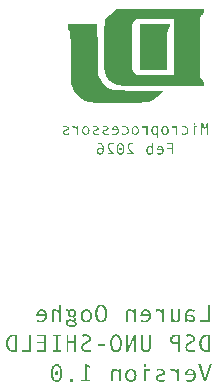
<source format=gbr>
%TF.GenerationSoftware,KiCad,Pcbnew,9.0.7*%
%TF.CreationDate,2026-02-04T16:38:47-07:00*%
%TF.ProjectId,Uno_Shield_DSP,556e6f5f-5368-4696-956c-645f4453502e,rev?*%
%TF.SameCoordinates,Original*%
%TF.FileFunction,Legend,Bot*%
%TF.FilePolarity,Positive*%
%FSLAX46Y46*%
G04 Gerber Fmt 4.6, Leading zero omitted, Abs format (unit mm)*
G04 Created by KiCad (PCBNEW 9.0.7) date 2026-02-04 16:38:47*
%MOMM*%
%LPD*%
G01*
G04 APERTURE LIST*
%ADD10C,0.150000*%
%ADD11C,0.000000*%
G04 APERTURE END LIST*
D10*
G36*
X107350732Y-81605000D02*
G01*
X108137683Y-81605000D01*
X108137683Y-80157128D01*
X107969613Y-80157128D01*
X107969613Y-81458454D01*
X107350732Y-81458454D01*
X107350732Y-81605000D01*
G37*
G36*
X106585528Y-80526021D02*
G01*
X106719878Y-80561858D01*
X106868597Y-80626074D01*
X106826557Y-80743311D01*
X106755971Y-80710935D01*
X106667280Y-80681487D01*
X106577895Y-80661130D01*
X106514048Y-80655383D01*
X106432108Y-80663733D01*
X106370049Y-80686477D01*
X106323159Y-80722012D01*
X106288667Y-80771353D01*
X106266202Y-80837944D01*
X106257868Y-80927134D01*
X106257868Y-80977784D01*
X106437203Y-80991980D01*
X106553831Y-81005450D01*
X106646305Y-81025045D01*
X106729758Y-81054062D01*
X106795874Y-81089983D01*
X106850406Y-81136268D01*
X106889113Y-81190916D01*
X106912665Y-81254170D01*
X106920895Y-81329036D01*
X106910459Y-81412993D01*
X106880392Y-81483854D01*
X106830220Y-81544733D01*
X106765868Y-81591667D01*
X106696694Y-81619168D01*
X106620660Y-81628447D01*
X106529582Y-81620260D01*
X106448628Y-81596540D01*
X106375822Y-81557604D01*
X106309759Y-81502514D01*
X106249716Y-81429145D01*
X106244216Y-81533469D01*
X106230207Y-81605000D01*
X106071388Y-81605000D01*
X106090992Y-81492528D01*
X106098041Y-81357704D01*
X106098041Y-81282599D01*
X106257868Y-81282599D01*
X106327607Y-81364339D01*
X106405512Y-81424565D01*
X106463157Y-81453784D01*
X106519176Y-81470567D01*
X106574498Y-81476039D01*
X106624829Y-81470872D01*
X106666966Y-81456189D01*
X106702634Y-81432350D01*
X106730411Y-81400341D01*
X106747040Y-81362653D01*
X106752826Y-81317495D01*
X106746066Y-81268228D01*
X106726636Y-81227632D01*
X106693933Y-81193572D01*
X106630413Y-81155474D01*
X106554531Y-81131107D01*
X106457023Y-81115804D01*
X106257868Y-81095020D01*
X106257868Y-81282599D01*
X106098041Y-81282599D01*
X106098041Y-80899931D01*
X106106851Y-80789504D01*
X106130881Y-80703445D01*
X106167804Y-80636676D01*
X106217164Y-80585455D01*
X106280434Y-80547752D01*
X106360810Y-80523518D01*
X106462848Y-80514699D01*
X106585528Y-80526021D01*
G37*
G36*
X104841229Y-81605000D02*
G01*
X105001147Y-81605000D01*
X105001147Y-81446730D01*
X105094027Y-81530557D01*
X105184394Y-81586224D01*
X105273686Y-81618041D01*
X105363847Y-81628447D01*
X105445221Y-81620692D01*
X105510199Y-81599169D01*
X105562300Y-81565133D01*
X105603803Y-81517934D01*
X105635453Y-81455121D01*
X105656353Y-81372735D01*
X105664083Y-81265655D01*
X105664083Y-80538147D01*
X105504256Y-80538147D01*
X105504256Y-81218485D01*
X105498490Y-81308565D01*
X105483335Y-81374184D01*
X105461209Y-81420993D01*
X105427429Y-81456999D01*
X105380485Y-81479493D01*
X105315762Y-81487763D01*
X105248289Y-81478445D01*
X105174972Y-81448553D01*
X105093325Y-81393357D01*
X105001147Y-81306046D01*
X105001147Y-80538147D01*
X104841229Y-80538147D01*
X104841229Y-81605000D01*
G37*
G36*
X103563991Y-80567456D02*
G01*
X103628563Y-80719863D01*
X103731557Y-80688065D01*
X103810921Y-80678831D01*
X103879991Y-80688450D01*
X103949315Y-80718306D01*
X104012895Y-80764982D01*
X104073787Y-80831055D01*
X104123113Y-80898225D01*
X104130665Y-80913304D01*
X104130665Y-81605000D01*
X104289484Y-81605000D01*
X104289484Y-80538147D01*
X104130665Y-80538147D01*
X104130665Y-80755034D01*
X104071293Y-80661793D01*
X104009058Y-80595016D01*
X103943743Y-80549972D01*
X103874242Y-80523583D01*
X103798647Y-80514699D01*
X103719176Y-80520512D01*
X103641212Y-80537969D01*
X103563991Y-80567456D01*
G37*
G36*
X102822704Y-80524450D02*
G01*
X102910958Y-80552635D01*
X102989455Y-80598967D01*
X103059874Y-80664909D01*
X103115153Y-80743057D01*
X103155785Y-80834441D01*
X103181411Y-80941553D01*
X103190483Y-81067543D01*
X103180485Y-81195313D01*
X103152174Y-81304017D01*
X103107021Y-81396989D01*
X103045036Y-81476772D01*
X102967646Y-81542356D01*
X102879505Y-81589303D01*
X102778507Y-81618309D01*
X102661728Y-81628447D01*
X102537375Y-81620786D01*
X102428125Y-81598905D01*
X102331816Y-81563967D01*
X102359477Y-81435006D01*
X102463618Y-81464784D01*
X102563457Y-81482111D01*
X102659713Y-81487763D01*
X102733517Y-81480425D01*
X102800076Y-81458959D01*
X102861024Y-81423222D01*
X102917450Y-81371809D01*
X102962712Y-81311025D01*
X102995278Y-81242722D01*
X103015403Y-81165481D01*
X103022413Y-81077435D01*
X102289776Y-81077435D01*
X102289776Y-81027426D01*
X102295604Y-80948475D01*
X102463982Y-80948475D01*
X103012155Y-80948475D01*
X102997359Y-80864731D01*
X102967068Y-80795004D01*
X102921480Y-80736533D01*
X102862929Y-80691713D01*
X102795356Y-80664741D01*
X102716041Y-80655383D01*
X102655330Y-80664343D01*
X102597890Y-80691642D01*
X102541835Y-80740105D01*
X102498838Y-80800392D01*
X102472940Y-80869028D01*
X102463982Y-80948475D01*
X102295604Y-80948475D01*
X102298335Y-80911472D01*
X102322569Y-80812490D01*
X102361126Y-80727628D01*
X102413790Y-80654651D01*
X102480503Y-80592694D01*
X102553116Y-80549566D01*
X102632990Y-80523600D01*
X102722178Y-80514699D01*
X102822704Y-80524450D01*
G37*
G36*
X101062731Y-81605000D02*
G01*
X101222557Y-81605000D01*
X101222557Y-80924386D01*
X101228795Y-80830319D01*
X101244942Y-80764243D01*
X101268169Y-80719131D01*
X101303068Y-80684570D01*
X101349429Y-80663154D01*
X101411051Y-80655383D01*
X101478525Y-80664701D01*
X101551842Y-80694593D01*
X101633488Y-80749790D01*
X101725667Y-80837100D01*
X101725667Y-81605000D01*
X101885585Y-81605000D01*
X101885585Y-80538147D01*
X101725667Y-80538147D01*
X101725667Y-80696416D01*
X101632786Y-80612590D01*
X101542419Y-80556922D01*
X101453128Y-80525105D01*
X101362966Y-80514699D01*
X101281533Y-80522443D01*
X101216529Y-80543929D01*
X101164428Y-80577895D01*
X101122945Y-80624974D01*
X101091324Y-80687599D01*
X101070449Y-80769705D01*
X101062731Y-80876393D01*
X101062731Y-81605000D01*
G37*
G36*
X99056381Y-80141849D02*
G01*
X99139034Y-80165237D01*
X99211362Y-80203099D01*
X99275053Y-80255959D01*
X99331018Y-80325564D01*
X99382488Y-80422327D01*
X99422314Y-80543716D01*
X99448506Y-80694844D01*
X99458055Y-80881613D01*
X99448463Y-81068369D01*
X99422156Y-81219395D01*
X99382160Y-81340629D01*
X99330469Y-81437205D01*
X99274312Y-81506614D01*
X99210562Y-81559310D01*
X99138317Y-81597035D01*
X99055918Y-81620320D01*
X98961082Y-81628447D01*
X98865327Y-81620267D01*
X98782365Y-81596861D01*
X98709853Y-81558995D01*
X98646087Y-81506168D01*
X98590138Y-81436655D01*
X98538635Y-81339833D01*
X98498811Y-81218552D01*
X98472638Y-81067758D01*
X98463101Y-80881613D01*
X98641429Y-80881613D01*
X98651391Y-81074822D01*
X98677690Y-81217840D01*
X98715923Y-81321251D01*
X98763253Y-81393963D01*
X98818772Y-81442788D01*
X98883694Y-81471826D01*
X98961174Y-81481901D01*
X99034683Y-81472333D01*
X99097250Y-81444590D01*
X99151600Y-81397824D01*
X99198852Y-81328303D01*
X99231190Y-81252087D01*
X99256664Y-81155152D01*
X99273606Y-81033250D01*
X99279819Y-80881613D01*
X99273622Y-80731833D01*
X99256662Y-80610517D01*
X99231053Y-80513209D01*
X99198394Y-80435931D01*
X99150761Y-80365227D01*
X99096324Y-80317849D01*
X99034021Y-80289854D01*
X98961174Y-80280226D01*
X98883732Y-80290309D01*
X98818829Y-80319374D01*
X98763310Y-80368260D01*
X98715966Y-80441084D01*
X98677714Y-80544681D01*
X98651398Y-80687987D01*
X98641429Y-80881613D01*
X98463101Y-80881613D01*
X98472706Y-80694233D01*
X98499032Y-80542873D01*
X98539030Y-80421531D01*
X98590688Y-80325014D01*
X98646837Y-80255621D01*
X98710669Y-80202907D01*
X98783098Y-80165147D01*
X98865801Y-80141824D01*
X98961082Y-80133681D01*
X99056381Y-80141849D01*
G37*
G36*
X97807753Y-80524802D02*
G01*
X97900174Y-80553714D01*
X97980474Y-80600712D01*
X98050667Y-80666924D01*
X98105882Y-80746040D01*
X98146370Y-80837846D01*
X98171830Y-80944695D01*
X98180818Y-81069558D01*
X98171853Y-81195476D01*
X98146471Y-81303167D01*
X98106143Y-81395620D01*
X98051216Y-81475215D01*
X97981228Y-81541840D01*
X97900934Y-81589143D01*
X97808284Y-81618262D01*
X97700239Y-81628447D01*
X97592819Y-81618265D01*
X97500431Y-81589113D01*
X97420097Y-81541676D01*
X97349812Y-81474757D01*
X97294576Y-81394851D01*
X97254084Y-81302333D01*
X97228637Y-81194877D01*
X97219845Y-81072123D01*
X97386632Y-81072123D01*
X97396542Y-81184782D01*
X97424871Y-81281904D01*
X97470712Y-81366405D01*
X97517441Y-81420308D01*
X97570304Y-81457537D01*
X97630521Y-81479991D01*
X97700239Y-81487763D01*
X97770592Y-81480032D01*
X97830980Y-81457768D01*
X97883615Y-81420998D01*
X97929767Y-81367962D01*
X97974817Y-81284412D01*
X98002868Y-81186869D01*
X98012748Y-81072123D01*
X98002722Y-80951130D01*
X97974772Y-80852264D01*
X97930774Y-80771246D01*
X97885349Y-80720313D01*
X97832859Y-80684705D01*
X97771925Y-80662973D01*
X97700239Y-80655383D01*
X97629140Y-80663014D01*
X97568342Y-80684929D01*
X97515607Y-80720971D01*
X97469613Y-80772711D01*
X97424878Y-80854736D01*
X97396679Y-80953245D01*
X97386632Y-81072123D01*
X97219845Y-81072123D01*
X97219661Y-81069558D01*
X97228626Y-80945310D01*
X97254050Y-80838713D01*
X97294535Y-80746868D01*
X97349812Y-80667473D01*
X97420039Y-80600996D01*
X97500352Y-80553834D01*
X97592761Y-80524832D01*
X97700239Y-80514699D01*
X97807753Y-80524802D01*
G37*
G36*
X96567028Y-80521078D02*
G01*
X96633891Y-80539504D01*
X96693757Y-80569575D01*
X96747784Y-80611786D01*
X96792528Y-80663512D01*
X96824205Y-80721171D01*
X96843566Y-80785971D01*
X96850274Y-80859631D01*
X96838837Y-80949428D01*
X96804204Y-81035211D01*
X96769273Y-81086891D01*
X96725484Y-81131922D01*
X96671946Y-81170766D01*
X96763666Y-81228596D01*
X96819585Y-81282417D01*
X96849179Y-81333244D01*
X96858426Y-81383258D01*
X96850760Y-81427440D01*
X96827038Y-81469247D01*
X96783618Y-81510344D01*
X96713987Y-81551144D01*
X96797334Y-81602478D01*
X96849821Y-81654487D01*
X96878777Y-81707768D01*
X96888193Y-81764368D01*
X96881338Y-81819054D01*
X96861136Y-81867905D01*
X96826732Y-81912545D01*
X96775536Y-81953778D01*
X96697132Y-81993032D01*
X96601737Y-82018066D01*
X96485467Y-82027051D01*
X96378160Y-82020013D01*
X96280264Y-81999554D01*
X96190389Y-81966222D01*
X96107379Y-81919981D01*
X96034695Y-81859989D01*
X95985134Y-81793218D01*
X95955590Y-81718288D01*
X95949077Y-81663251D01*
X96105273Y-81663251D01*
X96111761Y-81710671D01*
X96131203Y-81754217D01*
X96165033Y-81795316D01*
X96216464Y-81834618D01*
X96293383Y-81872259D01*
X96382207Y-81895714D01*
X96485467Y-81903953D01*
X96560221Y-81898500D01*
X96620425Y-81883458D01*
X96668832Y-81860172D01*
X96709493Y-81826920D01*
X96731449Y-81792367D01*
X96738533Y-81755026D01*
X96732453Y-81716967D01*
X96713437Y-81679005D01*
X96684114Y-81643811D01*
X96640714Y-81606007D01*
X96594834Y-81576675D01*
X96570464Y-81569829D01*
X96443427Y-81565157D01*
X96263084Y-81558105D01*
X96185863Y-81566668D01*
X96139660Y-81587998D01*
X96114152Y-81619284D01*
X96105273Y-81663251D01*
X95949077Y-81663251D01*
X95945446Y-81632568D01*
X95954010Y-81559633D01*
X95977949Y-81502023D01*
X96016704Y-81456164D01*
X96067613Y-81422954D01*
X96132724Y-81401706D01*
X96216006Y-81393974D01*
X96575684Y-81405697D01*
X96631177Y-81399977D01*
X96669382Y-81384998D01*
X96695809Y-81360859D01*
X96703729Y-81334073D01*
X96692892Y-81302626D01*
X96650746Y-81261112D01*
X96554069Y-81204289D01*
X96491604Y-81206395D01*
X96415124Y-81199881D01*
X96347810Y-81181116D01*
X96287984Y-81150568D01*
X96234416Y-81107752D01*
X96189703Y-81055170D01*
X96158363Y-80998122D01*
X96139426Y-80935592D01*
X96132933Y-80866134D01*
X96133137Y-80863478D01*
X96291752Y-80863478D01*
X96298400Y-80926772D01*
X96317195Y-80978978D01*
X96347622Y-81022480D01*
X96388239Y-81056138D01*
X96435536Y-81076299D01*
X96491604Y-81083297D01*
X96545665Y-81076330D01*
X96592721Y-81055969D01*
X96634577Y-81021473D01*
X96666318Y-80977189D01*
X96685683Y-80925241D01*
X96692463Y-80863478D01*
X96685609Y-80800330D01*
X96666181Y-80748126D01*
X96634577Y-80704476D01*
X96592793Y-80670586D01*
X96545734Y-80650531D01*
X96491604Y-80643660D01*
X96433326Y-80650534D01*
X96385620Y-80670034D01*
X96346065Y-80702003D01*
X96316856Y-80743909D01*
X96298410Y-80796711D01*
X96291752Y-80863478D01*
X96133137Y-80863478D01*
X96138365Y-80795503D01*
X96153944Y-80733556D01*
X96179095Y-80678831D01*
X95975213Y-80678831D01*
X95975213Y-80514699D01*
X96291752Y-80563151D01*
X96352785Y-80536496D01*
X96419033Y-80520264D01*
X96491604Y-80514699D01*
X96567028Y-80521078D01*
G37*
G36*
X94768592Y-81605000D02*
G01*
X94928419Y-81605000D01*
X94928419Y-80924386D01*
X94934656Y-80830319D01*
X94950804Y-80764243D01*
X94974031Y-80719131D01*
X95008930Y-80684570D01*
X95055291Y-80663154D01*
X95116913Y-80655383D01*
X95184387Y-80664701D01*
X95257704Y-80694593D01*
X95339350Y-80749790D01*
X95431529Y-80837100D01*
X95431529Y-81605000D01*
X95591447Y-81605000D01*
X95591447Y-80157128D01*
X95431529Y-80157128D01*
X95431529Y-80696416D01*
X95338648Y-80612590D01*
X95248281Y-80556922D01*
X95158989Y-80525105D01*
X95068828Y-80514699D01*
X94987395Y-80522443D01*
X94922390Y-80543929D01*
X94870290Y-80577895D01*
X94828807Y-80624974D01*
X94797186Y-80687599D01*
X94776311Y-80769705D01*
X94768592Y-80876393D01*
X94768592Y-81605000D01*
G37*
G36*
X94010911Y-80524450D02*
G01*
X94099165Y-80552635D01*
X94177662Y-80598967D01*
X94248080Y-80664909D01*
X94303359Y-80743057D01*
X94343992Y-80834441D01*
X94369617Y-80941553D01*
X94378689Y-81067543D01*
X94368692Y-81195313D01*
X94340380Y-81304017D01*
X94295228Y-81396989D01*
X94233243Y-81476772D01*
X94155853Y-81542356D01*
X94067712Y-81589303D01*
X93966714Y-81618309D01*
X93849934Y-81628447D01*
X93725581Y-81620786D01*
X93616332Y-81598905D01*
X93520023Y-81563967D01*
X93547684Y-81435006D01*
X93651825Y-81464784D01*
X93751664Y-81482111D01*
X93847919Y-81487763D01*
X93921723Y-81480425D01*
X93988283Y-81458959D01*
X94049230Y-81423222D01*
X94105656Y-81371809D01*
X94150919Y-81311025D01*
X94183484Y-81242722D01*
X94203610Y-81165481D01*
X94210620Y-81077435D01*
X93477983Y-81077435D01*
X93477983Y-81027426D01*
X93483810Y-80948475D01*
X93652189Y-80948475D01*
X94200362Y-80948475D01*
X94185566Y-80864731D01*
X94155274Y-80795004D01*
X94109686Y-80736533D01*
X94051135Y-80691713D01*
X93983563Y-80664741D01*
X93904248Y-80655383D01*
X93843537Y-80664343D01*
X93786097Y-80691642D01*
X93730041Y-80740105D01*
X93687045Y-80800392D01*
X93661147Y-80869028D01*
X93652189Y-80948475D01*
X93483810Y-80948475D01*
X93486541Y-80911472D01*
X93510776Y-80812490D01*
X93549332Y-80727628D01*
X93601997Y-80654651D01*
X93668710Y-80592694D01*
X93741323Y-80549566D01*
X93821196Y-80523600D01*
X93910384Y-80514699D01*
X94010911Y-80524450D01*
G37*
G36*
X108185860Y-84125000D02*
G01*
X107893776Y-84125000D01*
X107786559Y-84117040D01*
X107689999Y-84093971D01*
X107602346Y-84056377D01*
X107522210Y-84003985D01*
X107448643Y-83935681D01*
X107388865Y-83858088D01*
X107341102Y-83768009D01*
X107305484Y-83663553D01*
X107282887Y-83542345D01*
X107274895Y-83401613D01*
X107453223Y-83401613D01*
X107461833Y-83538347D01*
X107485851Y-83652179D01*
X107523269Y-83746860D01*
X107573115Y-83825497D01*
X107638560Y-83892515D01*
X107713263Y-83939627D01*
X107799076Y-83968420D01*
X107898905Y-83978454D01*
X108017790Y-83978454D01*
X108017790Y-82823674D01*
X107898905Y-82823674D01*
X107799715Y-82833762D01*
X107714178Y-82862766D01*
X107639429Y-82910338D01*
X107573665Y-82978188D01*
X107523455Y-83057594D01*
X107485873Y-83152556D01*
X107461822Y-83266036D01*
X107453223Y-83401613D01*
X107274895Y-83401613D01*
X107282677Y-83264204D01*
X107304774Y-83144682D01*
X107339771Y-83040578D01*
X107386900Y-82949772D01*
X107446079Y-82870568D01*
X107518635Y-82801242D01*
X107599061Y-82747808D01*
X107688453Y-82709233D01*
X107788425Y-82685402D01*
X107901011Y-82677128D01*
X108185860Y-82677128D01*
X108185860Y-84125000D01*
G37*
G36*
X106203554Y-82847121D02*
G01*
X106331985Y-82811451D01*
X106448469Y-82800226D01*
X106534140Y-82807419D01*
X106604371Y-82827507D01*
X106662151Y-82859211D01*
X106707797Y-82903815D01*
X106735028Y-82958610D01*
X106744583Y-83026914D01*
X106733831Y-83082961D01*
X106699626Y-83138367D01*
X106634967Y-83195535D01*
X106528428Y-83255159D01*
X106316852Y-83357558D01*
X106266156Y-83390485D01*
X106211797Y-83436235D01*
X106163901Y-83490512D01*
X106126251Y-83554112D01*
X106102245Y-83624990D01*
X106093920Y-83706612D01*
X106103509Y-83809502D01*
X106130713Y-83896184D01*
X106174546Y-83969854D01*
X106235886Y-84032676D01*
X106309817Y-84083226D01*
X106389376Y-84119132D01*
X106475728Y-84140966D01*
X106570376Y-84148447D01*
X106692770Y-84139499D01*
X106800969Y-84113781D01*
X106897265Y-84072243D01*
X106862460Y-83925697D01*
X106750033Y-83970380D01*
X106655052Y-83994526D01*
X106574498Y-84001901D01*
X106481479Y-83993000D01*
X106406041Y-83968125D01*
X106344513Y-83928537D01*
X106296943Y-83874386D01*
X106268060Y-83808293D01*
X106257868Y-83726578D01*
X106264383Y-83665284D01*
X106283202Y-83612078D01*
X106314288Y-83565195D01*
X106355922Y-83525710D01*
X106422570Y-83480684D01*
X106522291Y-83429365D01*
X106723608Y-83331729D01*
X106767901Y-83301682D01*
X106814283Y-83259830D01*
X106854383Y-83210847D01*
X106883984Y-83156699D01*
X106902275Y-83097605D01*
X106908531Y-83032226D01*
X106899958Y-82945424D01*
X106875498Y-82871690D01*
X106835730Y-82808354D01*
X106779479Y-82753698D01*
X106712777Y-82711054D01*
X106637163Y-82679920D01*
X106551076Y-82660485D01*
X106452590Y-82653681D01*
X106309222Y-82665300D01*
X106165635Y-82700575D01*
X106203554Y-82847121D01*
G37*
G36*
X105620027Y-84125000D02*
G01*
X105451958Y-84125000D01*
X105451958Y-83474337D01*
X105245969Y-83474337D01*
X105145710Y-83466812D01*
X105059370Y-83445415D01*
X104984617Y-83411203D01*
X104919631Y-83364244D01*
X104865591Y-83305083D01*
X104827131Y-83237495D01*
X104803438Y-83159807D01*
X104796100Y-83079854D01*
X104973486Y-83079854D01*
X104982061Y-83157056D01*
X105005678Y-83216399D01*
X105043265Y-83262143D01*
X105096592Y-83296505D01*
X105169957Y-83319264D01*
X105269600Y-83327791D01*
X105451958Y-83327791D01*
X105451958Y-82823674D01*
X105261357Y-82823674D01*
X105179318Y-82832075D01*
X105111141Y-82855869D01*
X105053903Y-82894382D01*
X105009415Y-82946117D01*
X104982761Y-83006984D01*
X104973486Y-83079854D01*
X104796100Y-83079854D01*
X104795158Y-83069596D01*
X104803536Y-82979904D01*
X104827399Y-82903629D01*
X104866002Y-82838134D01*
X104920180Y-82781633D01*
X104985022Y-82737462D01*
X105060715Y-82704929D01*
X105149272Y-82684395D01*
X105253205Y-82677128D01*
X105620027Y-82677128D01*
X105620027Y-84125000D01*
G37*
G36*
X102319543Y-83666495D02*
G01*
X102327330Y-83794748D01*
X102348446Y-83895181D01*
X102380300Y-83973093D01*
X102421484Y-84032859D01*
X102476038Y-84081347D01*
X102543799Y-84117198D01*
X102627642Y-84140160D01*
X102731428Y-84148447D01*
X102833618Y-84140320D01*
X102917086Y-84117703D01*
X102985397Y-84082226D01*
X103041213Y-84034073D01*
X103086058Y-83971964D01*
X103120162Y-83893295D01*
X103142431Y-83794366D01*
X103150549Y-83670616D01*
X103150549Y-82677128D01*
X102982479Y-82677128D01*
X102982479Y-83655870D01*
X102973270Y-83775728D01*
X102948958Y-83862552D01*
X102912947Y-83924247D01*
X102866187Y-83966601D01*
X102807006Y-83992598D01*
X102731428Y-84001901D01*
X102651529Y-83991898D01*
X102591543Y-83964364D01*
X102546506Y-83920019D01*
X102516519Y-83861932D01*
X102495614Y-83776325D01*
X102487521Y-83653855D01*
X102487521Y-82677128D01*
X102319543Y-82677128D01*
X102319543Y-83666495D01*
G37*
G36*
X101040199Y-84125000D02*
G01*
X101226679Y-84125000D01*
X101745176Y-82981851D01*
X101745176Y-84125000D01*
X101913245Y-84125000D01*
X101913245Y-82677128D01*
X101725667Y-82677128D01*
X101205155Y-83810018D01*
X101205155Y-82677128D01*
X101040199Y-82677128D01*
X101040199Y-84125000D01*
G37*
G36*
X100315209Y-82661849D02*
G01*
X100397862Y-82685237D01*
X100470190Y-82723099D01*
X100533880Y-82775959D01*
X100589846Y-82845564D01*
X100641315Y-82942327D01*
X100681142Y-83063716D01*
X100707334Y-83214844D01*
X100716883Y-83401613D01*
X100707290Y-83588369D01*
X100680984Y-83739395D01*
X100640988Y-83860629D01*
X100589296Y-83957205D01*
X100533140Y-84026614D01*
X100469389Y-84079310D01*
X100397144Y-84117035D01*
X100314745Y-84140320D01*
X100219910Y-84148447D01*
X100124154Y-84140267D01*
X100041192Y-84116861D01*
X99968681Y-84078995D01*
X99904915Y-84026168D01*
X99848966Y-83956655D01*
X99797463Y-83859833D01*
X99757639Y-83738552D01*
X99731466Y-83587758D01*
X99721929Y-83401613D01*
X99900257Y-83401613D01*
X99910218Y-83594822D01*
X99936518Y-83737840D01*
X99974750Y-83841251D01*
X100022081Y-83913963D01*
X100077600Y-83962788D01*
X100142522Y-83991826D01*
X100220001Y-84001901D01*
X100293511Y-83992333D01*
X100356077Y-83964590D01*
X100410427Y-83917824D01*
X100457680Y-83848303D01*
X100490017Y-83772087D01*
X100515491Y-83675152D01*
X100532434Y-83553250D01*
X100538647Y-83401613D01*
X100532449Y-83251833D01*
X100515490Y-83130517D01*
X100489881Y-83033209D01*
X100457222Y-82955931D01*
X100409588Y-82885227D01*
X100355151Y-82837849D01*
X100292849Y-82809854D01*
X100220001Y-82800226D01*
X100142560Y-82810309D01*
X100077656Y-82839374D01*
X100022137Y-82888260D01*
X99974794Y-82961084D01*
X99936542Y-83064681D01*
X99910226Y-83207987D01*
X99900257Y-83401613D01*
X99721929Y-83401613D01*
X99731534Y-83214233D01*
X99757860Y-83062873D01*
X99797858Y-82941531D01*
X99849515Y-82845014D01*
X99905665Y-82775621D01*
X99969497Y-82722907D01*
X100041926Y-82685147D01*
X100124629Y-82661824D01*
X100219910Y-82653681D01*
X100315209Y-82661849D01*
G37*
G36*
X98664968Y-83626744D02*
G01*
X99273591Y-83626744D01*
X99273591Y-83468475D01*
X98664968Y-83468475D01*
X98664968Y-83626744D01*
G37*
G36*
X97391761Y-82847121D02*
G01*
X97520192Y-82811451D01*
X97636675Y-82800226D01*
X97722346Y-82807419D01*
X97792578Y-82827507D01*
X97850357Y-82859211D01*
X97896004Y-82903815D01*
X97923234Y-82958610D01*
X97932789Y-83026914D01*
X97922038Y-83082961D01*
X97887833Y-83138367D01*
X97823174Y-83195535D01*
X97716634Y-83255159D01*
X97505059Y-83357558D01*
X97454362Y-83390485D01*
X97400004Y-83436235D01*
X97352107Y-83490512D01*
X97314458Y-83554112D01*
X97290452Y-83624990D01*
X97282126Y-83706612D01*
X97291716Y-83809502D01*
X97318920Y-83896184D01*
X97362753Y-83969854D01*
X97424092Y-84032676D01*
X97498024Y-84083226D01*
X97577582Y-84119132D01*
X97663935Y-84140966D01*
X97758583Y-84148447D01*
X97880976Y-84139499D01*
X97989176Y-84113781D01*
X98085471Y-84072243D01*
X98050667Y-83925697D01*
X97938239Y-83970380D01*
X97843259Y-83994526D01*
X97762704Y-84001901D01*
X97669685Y-83993000D01*
X97594247Y-83968125D01*
X97532719Y-83928537D01*
X97485150Y-83874386D01*
X97456267Y-83808293D01*
X97446074Y-83726578D01*
X97452590Y-83665284D01*
X97471408Y-83612078D01*
X97502494Y-83565195D01*
X97544128Y-83525710D01*
X97610777Y-83480684D01*
X97710498Y-83429365D01*
X97911815Y-83331729D01*
X97956108Y-83301682D01*
X98002490Y-83259830D01*
X98042589Y-83210847D01*
X98072191Y-83156699D01*
X98090481Y-83097605D01*
X98096737Y-83032226D01*
X98088165Y-82945424D01*
X98063704Y-82871690D01*
X98023936Y-82808354D01*
X97967685Y-82753698D01*
X97900984Y-82711054D01*
X97825369Y-82679920D01*
X97739283Y-82660485D01*
X97640797Y-82653681D01*
X97497429Y-82665300D01*
X97353842Y-82700575D01*
X97391761Y-82847121D01*
G37*
G36*
X96025405Y-84125000D02*
G01*
X96193383Y-84125000D01*
X96193383Y-83403995D01*
X96688341Y-83403995D01*
X96688341Y-84125000D01*
X96856411Y-84125000D01*
X96856411Y-82677128D01*
X96688341Y-82677128D01*
X96688341Y-83257449D01*
X96193383Y-83257449D01*
X96193383Y-82677128D01*
X96025405Y-82677128D01*
X96025405Y-84125000D01*
G37*
G36*
X94860825Y-84125000D02*
G01*
X95517624Y-84125000D01*
X95517624Y-83978454D01*
X95268680Y-83978454D01*
X95268680Y-82823674D01*
X95517624Y-82823674D01*
X95517624Y-82677128D01*
X94860825Y-82677128D01*
X94860825Y-82823674D01*
X95100610Y-82823674D01*
X95100610Y-83978454D01*
X94860825Y-83978454D01*
X94860825Y-84125000D01*
G37*
G36*
X93535410Y-84125000D02*
G01*
X94290579Y-84125000D01*
X94290579Y-82677128D01*
X93541547Y-82677128D01*
X93541547Y-82823674D01*
X94122509Y-82823674D01*
X94122509Y-83275034D01*
X93564078Y-83275034D01*
X93564078Y-83421580D01*
X94122509Y-83421580D01*
X94122509Y-83978454D01*
X93535410Y-83978454D01*
X93535410Y-84125000D01*
G37*
G36*
X92244801Y-84125000D02*
G01*
X93031751Y-84125000D01*
X93031751Y-82677128D01*
X92863681Y-82677128D01*
X92863681Y-83978454D01*
X92244801Y-83978454D01*
X92244801Y-84125000D01*
G37*
G36*
X91821100Y-84125000D02*
G01*
X91529016Y-84125000D01*
X91421799Y-84117040D01*
X91325240Y-84093971D01*
X91237587Y-84056377D01*
X91157450Y-84003985D01*
X91083884Y-83935681D01*
X91024106Y-83858088D01*
X90976343Y-83768009D01*
X90940724Y-83663553D01*
X90918128Y-83542345D01*
X90910136Y-83401613D01*
X91088463Y-83401613D01*
X91097073Y-83538347D01*
X91121091Y-83652179D01*
X91158510Y-83746860D01*
X91208356Y-83825497D01*
X91273801Y-83892515D01*
X91348503Y-83939627D01*
X91434317Y-83968420D01*
X91534146Y-83978454D01*
X91653031Y-83978454D01*
X91653031Y-82823674D01*
X91534146Y-82823674D01*
X91434956Y-82833762D01*
X91349418Y-82862766D01*
X91274670Y-82910338D01*
X91208906Y-82978188D01*
X91158695Y-83057594D01*
X91121114Y-83152556D01*
X91097063Y-83266036D01*
X91088463Y-83401613D01*
X90910136Y-83401613D01*
X90917917Y-83264204D01*
X90940015Y-83144682D01*
X90975012Y-83040578D01*
X91022140Y-82949772D01*
X91081319Y-82870568D01*
X91153875Y-82801242D01*
X91234301Y-82747808D01*
X91323694Y-82709233D01*
X91423666Y-82685402D01*
X91536252Y-82677128D01*
X91821100Y-82677128D01*
X91821100Y-84125000D01*
G37*
G36*
X107200065Y-85197128D02*
G01*
X107671484Y-86645000D01*
X107873351Y-86645000D01*
X108345686Y-85197128D01*
X108169465Y-85197128D01*
X107772875Y-86440660D01*
X107374271Y-85197128D01*
X107200065Y-85197128D01*
G37*
G36*
X106599187Y-85564450D02*
G01*
X106687441Y-85592635D01*
X106765938Y-85638967D01*
X106836357Y-85704909D01*
X106891636Y-85783057D01*
X106932268Y-85874441D01*
X106957894Y-85981553D01*
X106966966Y-86107543D01*
X106956968Y-86235313D01*
X106928657Y-86344017D01*
X106883504Y-86436989D01*
X106821519Y-86516772D01*
X106744129Y-86582356D01*
X106655988Y-86629303D01*
X106554990Y-86658309D01*
X106438210Y-86668447D01*
X106313858Y-86660786D01*
X106204608Y-86638905D01*
X106108299Y-86603967D01*
X106135960Y-86475006D01*
X106240101Y-86504784D01*
X106339940Y-86522111D01*
X106436195Y-86527763D01*
X106510000Y-86520425D01*
X106576559Y-86498959D01*
X106637506Y-86463222D01*
X106693933Y-86411809D01*
X106739195Y-86351025D01*
X106771760Y-86282722D01*
X106791886Y-86205481D01*
X106798896Y-86117435D01*
X106066259Y-86117435D01*
X106066259Y-86067426D01*
X106072087Y-85988475D01*
X106240465Y-85988475D01*
X106788638Y-85988475D01*
X106773842Y-85904731D01*
X106743551Y-85835004D01*
X106697963Y-85776533D01*
X106639412Y-85731713D01*
X106571839Y-85704741D01*
X106492524Y-85695383D01*
X106431813Y-85704343D01*
X106374373Y-85731642D01*
X106318318Y-85780105D01*
X106275321Y-85840392D01*
X106249423Y-85909028D01*
X106240465Y-85988475D01*
X106072087Y-85988475D01*
X106074818Y-85951472D01*
X106099052Y-85852490D01*
X106137608Y-85767628D01*
X106190273Y-85694651D01*
X106256986Y-85632694D01*
X106329599Y-85589566D01*
X106409473Y-85563600D01*
X106498661Y-85554699D01*
X106599187Y-85564450D01*
G37*
G36*
X104822819Y-85607456D02*
G01*
X104887390Y-85759863D01*
X104990385Y-85728065D01*
X105069748Y-85718831D01*
X105138819Y-85728450D01*
X105208142Y-85758306D01*
X105271723Y-85804982D01*
X105332615Y-85871055D01*
X105381941Y-85938225D01*
X105389493Y-85953304D01*
X105389493Y-86645000D01*
X105548312Y-86645000D01*
X105548312Y-85578147D01*
X105389493Y-85578147D01*
X105389493Y-85795034D01*
X105330120Y-85701793D01*
X105267886Y-85635016D01*
X105202571Y-85589972D01*
X105133069Y-85563583D01*
X105057475Y-85554699D01*
X104978003Y-85560512D01*
X104900040Y-85577969D01*
X104822819Y-85607456D01*
G37*
G36*
X103692127Y-85742278D02*
G01*
X103825331Y-85706585D01*
X103945193Y-85695383D01*
X104031380Y-85700691D01*
X104098807Y-85715077D01*
X104151090Y-85736782D01*
X104194970Y-85769185D01*
X104218997Y-85805389D01*
X104226927Y-85847150D01*
X104218419Y-85887711D01*
X104192123Y-85923537D01*
X104147250Y-85952257D01*
X104052813Y-85987009D01*
X103900039Y-86032896D01*
X103800412Y-86067974D01*
X103727939Y-86104979D01*
X103668747Y-86151466D01*
X103628105Y-86204721D01*
X103603392Y-86266789D01*
X103594766Y-86340642D01*
X103602938Y-86413196D01*
X103626585Y-86476023D01*
X103665878Y-86531352D01*
X103722902Y-86580428D01*
X103812229Y-86627843D01*
X103919444Y-86657777D01*
X104048691Y-86668447D01*
X104178776Y-86660445D01*
X104285736Y-86638266D01*
X104373473Y-86603967D01*
X104342698Y-86463283D01*
X104251394Y-86499008D01*
X104155804Y-86520498D01*
X104054828Y-86527763D01*
X103966963Y-86521784D01*
X103895735Y-86505277D01*
X103838123Y-86479769D01*
X103790006Y-86442480D01*
X103763415Y-86400746D01*
X103754592Y-86352549D01*
X103764696Y-86302613D01*
X103796083Y-86257111D01*
X103827587Y-86233417D01*
X103888087Y-86203884D01*
X103991263Y-86167535D01*
X104173713Y-86110382D01*
X104229941Y-86086906D01*
X104282248Y-86054603D01*
X104326824Y-86013955D01*
X104358635Y-85967042D01*
X104378054Y-85913760D01*
X104384739Y-85853012D01*
X104377111Y-85787549D01*
X104354959Y-85730605D01*
X104317935Y-85680155D01*
X104263838Y-85635116D01*
X104179521Y-85592314D01*
X104074283Y-85564710D01*
X103943087Y-85554699D01*
X103811376Y-85565693D01*
X103656223Y-85601594D01*
X103692127Y-85742278D01*
G37*
G36*
X102665849Y-85173681D02*
G01*
X102624094Y-85181631D01*
X102589004Y-85205463D01*
X102565139Y-85240450D01*
X102557222Y-85281575D01*
X102565149Y-85324470D01*
X102588546Y-85359336D01*
X102623278Y-85382675D01*
X102665849Y-85390568D01*
X102705023Y-85382563D01*
X102740221Y-85357779D01*
X102764520Y-85322050D01*
X102772461Y-85281575D01*
X102764507Y-85241272D01*
X102740221Y-85206012D01*
X102705058Y-85181589D01*
X102665849Y-85173681D01*
G37*
G36*
X102587997Y-86645000D02*
G01*
X102747823Y-86645000D01*
X102747823Y-85718831D01*
X103062438Y-85718831D01*
X103062438Y-85578147D01*
X102587997Y-85578147D01*
X102587997Y-86645000D01*
G37*
G36*
X101584236Y-85564802D02*
G01*
X101676657Y-85593714D01*
X101756957Y-85640712D01*
X101827150Y-85706924D01*
X101882365Y-85786040D01*
X101922853Y-85877846D01*
X101948313Y-85984695D01*
X101957301Y-86109558D01*
X101948336Y-86235476D01*
X101922954Y-86343167D01*
X101882626Y-86435620D01*
X101827699Y-86515215D01*
X101757711Y-86581840D01*
X101677417Y-86629143D01*
X101584767Y-86658262D01*
X101476722Y-86668447D01*
X101369301Y-86658265D01*
X101276914Y-86629113D01*
X101196580Y-86581676D01*
X101126295Y-86514757D01*
X101071059Y-86434851D01*
X101030567Y-86342333D01*
X101005120Y-86234877D01*
X100996328Y-86112123D01*
X101163114Y-86112123D01*
X101173025Y-86224782D01*
X101201354Y-86321904D01*
X101247195Y-86406405D01*
X101293923Y-86460308D01*
X101346787Y-86497537D01*
X101407004Y-86519991D01*
X101476722Y-86527763D01*
X101547075Y-86520032D01*
X101607463Y-86497768D01*
X101660097Y-86460998D01*
X101706250Y-86407962D01*
X101751300Y-86324412D01*
X101779351Y-86226869D01*
X101789231Y-86112123D01*
X101779205Y-85991130D01*
X101751255Y-85892264D01*
X101707257Y-85811246D01*
X101661832Y-85760313D01*
X101609342Y-85724705D01*
X101548408Y-85702973D01*
X101476722Y-85695383D01*
X101405623Y-85703014D01*
X101344825Y-85724929D01*
X101292090Y-85760971D01*
X101246096Y-85812711D01*
X101201361Y-85894736D01*
X101173162Y-85993245D01*
X101163114Y-86112123D01*
X100996328Y-86112123D01*
X100996144Y-86109558D01*
X101005109Y-85985310D01*
X101030533Y-85878713D01*
X101071018Y-85786868D01*
X101126295Y-85707473D01*
X101196522Y-85640996D01*
X101276835Y-85593834D01*
X101369244Y-85564832D01*
X101476722Y-85554699D01*
X101584236Y-85564802D01*
G37*
G36*
X99803903Y-86645000D02*
G01*
X99963729Y-86645000D01*
X99963729Y-85964386D01*
X99969967Y-85870319D01*
X99986115Y-85804243D01*
X100009342Y-85759131D01*
X100044240Y-85724570D01*
X100090601Y-85703154D01*
X100152224Y-85695383D01*
X100219697Y-85704701D01*
X100293014Y-85734593D01*
X100374661Y-85789790D01*
X100466839Y-85877100D01*
X100466839Y-86645000D01*
X100626757Y-86645000D01*
X100626757Y-85578147D01*
X100466839Y-85578147D01*
X100466839Y-85736416D01*
X100373959Y-85652590D01*
X100283592Y-85596922D01*
X100194300Y-85565105D01*
X100104139Y-85554699D01*
X100022705Y-85562443D01*
X99957701Y-85583929D01*
X99905601Y-85617895D01*
X99864118Y-85664974D01*
X99832497Y-85727599D01*
X99811621Y-85809705D01*
X99803903Y-85916393D01*
X99803903Y-86645000D01*
G37*
G36*
X97286248Y-86645000D02*
G01*
X98046545Y-86645000D01*
X98046545Y-86498454D01*
X97740173Y-86498454D01*
X97740173Y-85376188D01*
X98029143Y-85519528D01*
X98029143Y-85346330D01*
X97716634Y-85191266D01*
X97572103Y-85191266D01*
X97572103Y-86498454D01*
X97286248Y-86498454D01*
X97286248Y-86645000D01*
G37*
G36*
X96447548Y-86410526D02*
G01*
X96397317Y-86419710D01*
X96356415Y-86446796D01*
X96328807Y-86487167D01*
X96319504Y-86536464D01*
X96328889Y-86587026D01*
X96356965Y-86629704D01*
X96398363Y-86658790D01*
X96447548Y-86668447D01*
X96495867Y-86658819D01*
X96536758Y-86629704D01*
X96564334Y-86587075D01*
X96573578Y-86536464D01*
X96564333Y-86486350D01*
X96537216Y-86446338D01*
X96496869Y-86419580D01*
X96447548Y-86410526D01*
G37*
G36*
X95229919Y-85770765D02*
G01*
X95265522Y-85785403D01*
X95296890Y-85809964D01*
X95320972Y-85841642D01*
X95335408Y-85877817D01*
X95340396Y-85919873D01*
X95335361Y-85962639D01*
X95320641Y-86000420D01*
X95295882Y-86034453D01*
X95263680Y-86061310D01*
X95228380Y-86076966D01*
X95188721Y-86082264D01*
X95148441Y-86076949D01*
X95112688Y-86061273D01*
X95080185Y-86034453D01*
X95055045Y-86000375D01*
X95040128Y-85962598D01*
X95035031Y-85919873D01*
X95040087Y-85878543D01*
X95054827Y-85842496D01*
X95079636Y-85810422D01*
X95111600Y-85785555D01*
X95147524Y-85770789D01*
X95188721Y-85765725D01*
X95229919Y-85770765D01*
G37*
G36*
X95276212Y-85182116D02*
G01*
X95355640Y-85206324D01*
X95425254Y-85245741D01*
X95486691Y-85301267D01*
X95540705Y-85375181D01*
X95590139Y-85476573D01*
X95627856Y-85598847D01*
X95652278Y-85745763D01*
X95661056Y-85921613D01*
X95651866Y-86103170D01*
X95626497Y-86252196D01*
X95587652Y-86373827D01*
X95537133Y-86472534D01*
X95481947Y-86544570D01*
X95420183Y-86598637D01*
X95351132Y-86636917D01*
X95273312Y-86660327D01*
X95184599Y-86668447D01*
X95092531Y-86659990D01*
X95012860Y-86635744D01*
X94943180Y-86596302D01*
X94881827Y-86540791D01*
X94828035Y-86466946D01*
X94778770Y-86365564D01*
X94741197Y-86243446D01*
X94716879Y-86096876D01*
X94708142Y-85921613D01*
X94708197Y-85920514D01*
X94886470Y-85920514D01*
X94892381Y-86085133D01*
X94908176Y-86211852D01*
X94931299Y-86307513D01*
X94959743Y-86378195D01*
X95002804Y-86442820D01*
X95053585Y-86486590D01*
X95113272Y-86512788D01*
X95184691Y-86521901D01*
X95255458Y-86512770D01*
X95314774Y-86486471D01*
X95365422Y-86442415D01*
X95408539Y-86377187D01*
X95437049Y-86306000D01*
X95460169Y-86210206D01*
X95475926Y-86083918D01*
X95481812Y-85920514D01*
X95475935Y-85759576D01*
X95460152Y-85634301D01*
X95436897Y-85538458D01*
X95408081Y-85466497D01*
X95364618Y-85400376D01*
X95313895Y-85355867D01*
X95254828Y-85329393D01*
X95184691Y-85320226D01*
X95113203Y-85329294D01*
X95053496Y-85355346D01*
X95002745Y-85398821D01*
X94959743Y-85462925D01*
X94931350Y-85533068D01*
X94908225Y-85628434D01*
X94892401Y-85755246D01*
X94886470Y-85920514D01*
X94708197Y-85920514D01*
X94717297Y-85739998D01*
X94742571Y-85590845D01*
X94781274Y-85469044D01*
X94831607Y-85370143D01*
X94886597Y-85297945D01*
X94948294Y-85243738D01*
X95017414Y-85205339D01*
X95095463Y-85181838D01*
X95184599Y-85173681D01*
X95276212Y-85182116D01*
G37*
G36*
X107413912Y-65740000D02*
G01*
X107521807Y-65740000D01*
X107521807Y-64911528D01*
X107667314Y-65310132D01*
X107773194Y-65310132D01*
X107918701Y-64911528D01*
X107918701Y-65740000D01*
X108026657Y-65740000D01*
X108026657Y-64774752D01*
X107881149Y-64774752D01*
X107719949Y-65215793D01*
X107559359Y-64774752D01*
X107413912Y-64774752D01*
X107413912Y-65740000D01*
G37*
G36*
X106839026Y-64759120D02*
G01*
X106811189Y-64764421D01*
X106787796Y-64780308D01*
X106771886Y-64803633D01*
X106766608Y-64831050D01*
X106771892Y-64859646D01*
X106787491Y-64882890D01*
X106810645Y-64898450D01*
X106839026Y-64903712D01*
X106865142Y-64898375D01*
X106888607Y-64881852D01*
X106904807Y-64858033D01*
X106910101Y-64831050D01*
X106904798Y-64804181D01*
X106888607Y-64780675D01*
X106865165Y-64764392D01*
X106839026Y-64759120D01*
G37*
G36*
X106787124Y-65740000D02*
G01*
X106893675Y-65740000D01*
X106893675Y-65122554D01*
X107103419Y-65122554D01*
X107103419Y-65028764D01*
X106787124Y-65028764D01*
X106787124Y-65740000D01*
G37*
G36*
X105773028Y-65712644D02*
G01*
X105836200Y-65736294D01*
X105903994Y-65750705D01*
X105977276Y-65755631D01*
X106060207Y-65748750D01*
X106131194Y-65729176D01*
X106192392Y-65697742D01*
X106245394Y-65654209D01*
X106288328Y-65600621D01*
X106319360Y-65538918D01*
X106338683Y-65467537D01*
X106345472Y-65384382D01*
X106338644Y-65301267D01*
X106319204Y-65229913D01*
X106287969Y-65168217D01*
X106244722Y-65114616D01*
X106191361Y-65070849D01*
X106130514Y-65039411D01*
X106060729Y-65019944D01*
X105980024Y-65013133D01*
X105909052Y-65016669D01*
X105841106Y-65027129D01*
X105775776Y-65044396D01*
X105803803Y-65138185D01*
X105899047Y-65114200D01*
X105978619Y-65106922D01*
X106036369Y-65111975D01*
X106085668Y-65126355D01*
X106128099Y-65149520D01*
X106164793Y-65181782D01*
X106193880Y-65220922D01*
X106215213Y-65266863D01*
X106228661Y-65320913D01*
X106233426Y-65384748D01*
X106228754Y-65442458D01*
X106215249Y-65493870D01*
X106193230Y-65540094D01*
X106162412Y-65581974D01*
X106124242Y-65616877D01*
X106081373Y-65641536D01*
X106032851Y-65656609D01*
X105977276Y-65661842D01*
X105917706Y-65658080D01*
X105855938Y-65646540D01*
X105791468Y-65626671D01*
X105773028Y-65712644D01*
G37*
G36*
X104920132Y-65048304D02*
G01*
X104963180Y-65149909D01*
X105031843Y-65128710D01*
X105084752Y-65122554D01*
X105130799Y-65128966D01*
X105177014Y-65148871D01*
X105219401Y-65179988D01*
X105259996Y-65224036D01*
X105292880Y-65268817D01*
X105297915Y-65278869D01*
X105297915Y-65740000D01*
X105403794Y-65740000D01*
X105403794Y-65028764D01*
X105297915Y-65028764D01*
X105297915Y-65173356D01*
X105258333Y-65111195D01*
X105216843Y-65066677D01*
X105173300Y-65036648D01*
X105126966Y-65019055D01*
X105076569Y-65013133D01*
X105023588Y-65017008D01*
X104971612Y-65028646D01*
X104920132Y-65048304D01*
G37*
G36*
X104439513Y-65019868D02*
G01*
X104501127Y-65039143D01*
X104554661Y-65070474D01*
X104601456Y-65114616D01*
X104638266Y-65167360D01*
X104665258Y-65228564D01*
X104682232Y-65299797D01*
X104688223Y-65383039D01*
X104682247Y-65466984D01*
X104665325Y-65538778D01*
X104638440Y-65600413D01*
X104601822Y-65653476D01*
X104555163Y-65697893D01*
X104501634Y-65729428D01*
X104439868Y-65748841D01*
X104367838Y-65755631D01*
X104296224Y-65748843D01*
X104234632Y-65729408D01*
X104181076Y-65697784D01*
X104134219Y-65653171D01*
X104097395Y-65599900D01*
X104070401Y-65538222D01*
X104053436Y-65466585D01*
X104047574Y-65384748D01*
X104158766Y-65384748D01*
X104165373Y-65459855D01*
X104184259Y-65524603D01*
X104214820Y-65580936D01*
X104245972Y-65616872D01*
X104281214Y-65641691D01*
X104321359Y-65656661D01*
X104367838Y-65661842D01*
X104414740Y-65656688D01*
X104454998Y-65641845D01*
X104490088Y-65617332D01*
X104520856Y-65581974D01*
X104550890Y-65526274D01*
X104569591Y-65461246D01*
X104576177Y-65384748D01*
X104569493Y-65304086D01*
X104550860Y-65238176D01*
X104521528Y-65184164D01*
X104491244Y-65150209D01*
X104456251Y-65126470D01*
X104415628Y-65111982D01*
X104367838Y-65106922D01*
X104320438Y-65112009D01*
X104279906Y-65126619D01*
X104244750Y-65150647D01*
X104214087Y-65185141D01*
X104184264Y-65239824D01*
X104165464Y-65305496D01*
X104158766Y-65384748D01*
X104047574Y-65384748D01*
X104047452Y-65383039D01*
X104053429Y-65300206D01*
X104070378Y-65229142D01*
X104097368Y-65167912D01*
X104134219Y-65114982D01*
X104181038Y-65070664D01*
X104234580Y-65039222D01*
X104296185Y-65019888D01*
X104367838Y-65013133D01*
X104439513Y-65019868D01*
G37*
G36*
X103536456Y-65020642D02*
G01*
X103598595Y-65043236D01*
X103653448Y-65078640D01*
X103694582Y-65122554D01*
X103694582Y-65028764D01*
X103801194Y-65028764D01*
X103801194Y-66021367D01*
X103694582Y-66021367D01*
X103694582Y-65634487D01*
X103669685Y-65668487D01*
X103639466Y-65697713D01*
X103603419Y-65722475D01*
X103563833Y-65740944D01*
X103522695Y-65751935D01*
X103479404Y-65755631D01*
X103420137Y-65748794D01*
X103368494Y-65728935D01*
X103322672Y-65695767D01*
X103281690Y-65647370D01*
X103250550Y-65592017D01*
X103227636Y-65529232D01*
X103213270Y-65457796D01*
X103208671Y-65383344D01*
X103319547Y-65383344D01*
X103325678Y-65460985D01*
X103342975Y-65526448D01*
X103370472Y-65581913D01*
X103399174Y-65617946D01*
X103431037Y-65642377D01*
X103466698Y-65656875D01*
X103507431Y-65661842D01*
X103542505Y-65657491D01*
X103577516Y-65644101D01*
X103613311Y-65620443D01*
X103659034Y-65574211D01*
X103694582Y-65517250D01*
X103694582Y-65228066D01*
X103650253Y-65172080D01*
X103604215Y-65135192D01*
X103555734Y-65113988D01*
X103503279Y-65106922D01*
X103462068Y-65111812D01*
X103426594Y-65125968D01*
X103395500Y-65149598D01*
X103368091Y-65184164D01*
X103342141Y-65237767D01*
X103325526Y-65303264D01*
X103319547Y-65383344D01*
X103208671Y-65383344D01*
X103208234Y-65376261D01*
X103213142Y-65294982D01*
X103227005Y-65225271D01*
X103248871Y-65165408D01*
X103278270Y-65113944D01*
X103317178Y-65069290D01*
X103361469Y-65038350D01*
X103412202Y-65019629D01*
X103471222Y-65013133D01*
X103536456Y-65020642D01*
G37*
G36*
X102402477Y-65048304D02*
G01*
X102445524Y-65149909D01*
X102514188Y-65128710D01*
X102567096Y-65122554D01*
X102613143Y-65128966D01*
X102659359Y-65148871D01*
X102701746Y-65179988D01*
X102742341Y-65224036D01*
X102775225Y-65268817D01*
X102780259Y-65278869D01*
X102780259Y-65740000D01*
X102886139Y-65740000D01*
X102886139Y-65028764D01*
X102780259Y-65028764D01*
X102780259Y-65173356D01*
X102740678Y-65111195D01*
X102699188Y-65066677D01*
X102655645Y-65036648D01*
X102609310Y-65019055D01*
X102558914Y-65013133D01*
X102505933Y-65017008D01*
X102453957Y-65028646D01*
X102402477Y-65048304D01*
G37*
G36*
X101921858Y-65019868D02*
G01*
X101983472Y-65039143D01*
X102037005Y-65070474D01*
X102083801Y-65114616D01*
X102120611Y-65167360D01*
X102147603Y-65228564D01*
X102164576Y-65299797D01*
X102170568Y-65383039D01*
X102164591Y-65466984D01*
X102147670Y-65538778D01*
X102120785Y-65600413D01*
X102084167Y-65653476D01*
X102037508Y-65697893D01*
X101983979Y-65729428D01*
X101922212Y-65748841D01*
X101850183Y-65755631D01*
X101778569Y-65748843D01*
X101716977Y-65729408D01*
X101663421Y-65697784D01*
X101616564Y-65653171D01*
X101579740Y-65599900D01*
X101552746Y-65538222D01*
X101535781Y-65466585D01*
X101529919Y-65384748D01*
X101641111Y-65384748D01*
X101647718Y-65459855D01*
X101666603Y-65524603D01*
X101697164Y-65580936D01*
X101728317Y-65616872D01*
X101763559Y-65641691D01*
X101803704Y-65656661D01*
X101850183Y-65661842D01*
X101897084Y-65656688D01*
X101937343Y-65641845D01*
X101972433Y-65617332D01*
X102003201Y-65581974D01*
X102033235Y-65526274D01*
X102051935Y-65461246D01*
X102058522Y-65384748D01*
X102051837Y-65304086D01*
X102033205Y-65238176D01*
X102003872Y-65184164D01*
X101973589Y-65150209D01*
X101938596Y-65126470D01*
X101897973Y-65111982D01*
X101850183Y-65106922D01*
X101802783Y-65112009D01*
X101762251Y-65126619D01*
X101727094Y-65150647D01*
X101696432Y-65185141D01*
X101666608Y-65239824D01*
X101647809Y-65305496D01*
X101641111Y-65384748D01*
X101529919Y-65384748D01*
X101529797Y-65383039D01*
X101535773Y-65300206D01*
X101552723Y-65229142D01*
X101579713Y-65167912D01*
X101616564Y-65114982D01*
X101663383Y-65070664D01*
X101716924Y-65039222D01*
X101778530Y-65019888D01*
X101850183Y-65013133D01*
X101921858Y-65019868D01*
G37*
G36*
X100737717Y-65712644D02*
G01*
X100800889Y-65736294D01*
X100868683Y-65750705D01*
X100941965Y-65755631D01*
X101024896Y-65748750D01*
X101095883Y-65729176D01*
X101157082Y-65697742D01*
X101210083Y-65654209D01*
X101253017Y-65600621D01*
X101284049Y-65538918D01*
X101303373Y-65467537D01*
X101310162Y-65384382D01*
X101303334Y-65301267D01*
X101283894Y-65229913D01*
X101252659Y-65168217D01*
X101209411Y-65114616D01*
X101156051Y-65070849D01*
X101095204Y-65039411D01*
X101025418Y-65019944D01*
X100944713Y-65013133D01*
X100873741Y-65016669D01*
X100805795Y-65027129D01*
X100740465Y-65044396D01*
X100768492Y-65138185D01*
X100863736Y-65114200D01*
X100943309Y-65106922D01*
X101001059Y-65111975D01*
X101050357Y-65126355D01*
X101092789Y-65149520D01*
X101129483Y-65181782D01*
X101158570Y-65220922D01*
X101179902Y-65266863D01*
X101193350Y-65320913D01*
X101198115Y-65384748D01*
X101193444Y-65442458D01*
X101179939Y-65493870D01*
X101157919Y-65540094D01*
X101127102Y-65581974D01*
X101088932Y-65616877D01*
X101046063Y-65641536D01*
X100997541Y-65656609D01*
X100941965Y-65661842D01*
X100882396Y-65658080D01*
X100820627Y-65646540D01*
X100756158Y-65626671D01*
X100737717Y-65712644D01*
G37*
G36*
X100229849Y-65019633D02*
G01*
X100288684Y-65038423D01*
X100341016Y-65069311D01*
X100387962Y-65113272D01*
X100424814Y-65165371D01*
X100451902Y-65226294D01*
X100468986Y-65297702D01*
X100475034Y-65381695D01*
X100468369Y-65466875D01*
X100449495Y-65539344D01*
X100419393Y-65601326D01*
X100378070Y-65654515D01*
X100326477Y-65698237D01*
X100267716Y-65729535D01*
X100200384Y-65748872D01*
X100122531Y-65755631D01*
X100039629Y-65750524D01*
X99966796Y-65735937D01*
X99902590Y-65712644D01*
X99921030Y-65626671D01*
X99990458Y-65646522D01*
X100057017Y-65658074D01*
X100121187Y-65661842D01*
X100170390Y-65656950D01*
X100214763Y-65642639D01*
X100255395Y-65618814D01*
X100293012Y-65584539D01*
X100323187Y-65544016D01*
X100344897Y-65498481D01*
X100358314Y-65446987D01*
X100362988Y-65388290D01*
X99874563Y-65388290D01*
X99874563Y-65354951D01*
X99878448Y-65302316D01*
X99990701Y-65302316D01*
X100356149Y-65302316D01*
X100346285Y-65246487D01*
X100326091Y-65200002D01*
X100295699Y-65161022D01*
X100256665Y-65131142D01*
X100211616Y-65113161D01*
X100158740Y-65106922D01*
X100118266Y-65112895D01*
X100079973Y-65131094D01*
X100042602Y-65163403D01*
X100013938Y-65203595D01*
X99996673Y-65249352D01*
X99990701Y-65302316D01*
X99878448Y-65302316D01*
X99880269Y-65277648D01*
X99896425Y-65211660D01*
X99922129Y-65155085D01*
X99957239Y-65106434D01*
X100001715Y-65065129D01*
X100050123Y-65036377D01*
X100103372Y-65019066D01*
X100162831Y-65013133D01*
X100229849Y-65019633D01*
G37*
G36*
X99131027Y-65138185D02*
G01*
X99219830Y-65114390D01*
X99299738Y-65106922D01*
X99357195Y-65110461D01*
X99402147Y-65120051D01*
X99437002Y-65134521D01*
X99466256Y-65156123D01*
X99482274Y-65180259D01*
X99487560Y-65208100D01*
X99481888Y-65235141D01*
X99464357Y-65259024D01*
X99434442Y-65278171D01*
X99371484Y-65301339D01*
X99269635Y-65331931D01*
X99203217Y-65355316D01*
X99154902Y-65379986D01*
X99115440Y-65410977D01*
X99088345Y-65446481D01*
X99071870Y-65487859D01*
X99066119Y-65537095D01*
X99071567Y-65585464D01*
X99087332Y-65627349D01*
X99113528Y-65664234D01*
X99151543Y-65696952D01*
X99211095Y-65728562D01*
X99282571Y-65748518D01*
X99368736Y-65755631D01*
X99455459Y-65750297D01*
X99526767Y-65735510D01*
X99585258Y-65712644D01*
X99564741Y-65618855D01*
X99503871Y-65642672D01*
X99440145Y-65656999D01*
X99372827Y-65661842D01*
X99314251Y-65657856D01*
X99266766Y-65646851D01*
X99228358Y-65629846D01*
X99196280Y-65604987D01*
X99178552Y-65577164D01*
X99172670Y-65545033D01*
X99179406Y-65511742D01*
X99200331Y-65481407D01*
X99221334Y-65465611D01*
X99261667Y-65445923D01*
X99330451Y-65421690D01*
X99452084Y-65383588D01*
X99489569Y-65367937D01*
X99524441Y-65346402D01*
X99554158Y-65319303D01*
X99575366Y-65288028D01*
X99588312Y-65252506D01*
X99592768Y-65212008D01*
X99587683Y-65168366D01*
X99572915Y-65130403D01*
X99548232Y-65096770D01*
X99512168Y-65066744D01*
X99455956Y-65038209D01*
X99385798Y-65019807D01*
X99298333Y-65013133D01*
X99210526Y-65020462D01*
X99107091Y-65044396D01*
X99131027Y-65138185D01*
G37*
G36*
X98291808Y-65138185D02*
G01*
X98380611Y-65114390D01*
X98460519Y-65106922D01*
X98517977Y-65110461D01*
X98562928Y-65120051D01*
X98597784Y-65134521D01*
X98627037Y-65156123D01*
X98643055Y-65180259D01*
X98648342Y-65208100D01*
X98642670Y-65235141D01*
X98625139Y-65259024D01*
X98595224Y-65278171D01*
X98532266Y-65301339D01*
X98430416Y-65331931D01*
X98363998Y-65355316D01*
X98315683Y-65379986D01*
X98276222Y-65410977D01*
X98249127Y-65446481D01*
X98232652Y-65487859D01*
X98226901Y-65537095D01*
X98232349Y-65585464D01*
X98248114Y-65627349D01*
X98274309Y-65664234D01*
X98312325Y-65696952D01*
X98371876Y-65728562D01*
X98443353Y-65748518D01*
X98529518Y-65755631D01*
X98616241Y-65750297D01*
X98687548Y-65735510D01*
X98746039Y-65712644D01*
X98725523Y-65618855D01*
X98664653Y-65642672D01*
X98600927Y-65656999D01*
X98533609Y-65661842D01*
X98475032Y-65657856D01*
X98427547Y-65646851D01*
X98389139Y-65629846D01*
X98357061Y-65604987D01*
X98339333Y-65577164D01*
X98333452Y-65545033D01*
X98340188Y-65511742D01*
X98361112Y-65481407D01*
X98382115Y-65465611D01*
X98422448Y-65445923D01*
X98491233Y-65421690D01*
X98612866Y-65383588D01*
X98650351Y-65367937D01*
X98685223Y-65346402D01*
X98714940Y-65319303D01*
X98736147Y-65288028D01*
X98749093Y-65252506D01*
X98753550Y-65212008D01*
X98748465Y-65168366D01*
X98733696Y-65130403D01*
X98709014Y-65096770D01*
X98672949Y-65066744D01*
X98616738Y-65038209D01*
X98546579Y-65019807D01*
X98459115Y-65013133D01*
X98371308Y-65020462D01*
X98267873Y-65044396D01*
X98291808Y-65138185D01*
G37*
G36*
X97725766Y-65019868D02*
G01*
X97787380Y-65039143D01*
X97840913Y-65070474D01*
X97887709Y-65114616D01*
X97924519Y-65167360D01*
X97951511Y-65228564D01*
X97968484Y-65299797D01*
X97974476Y-65383039D01*
X97968499Y-65466984D01*
X97951578Y-65538778D01*
X97924693Y-65600413D01*
X97888075Y-65653476D01*
X97841416Y-65697893D01*
X97787887Y-65729428D01*
X97726120Y-65748841D01*
X97654090Y-65755631D01*
X97582477Y-65748843D01*
X97520885Y-65729408D01*
X97467329Y-65697784D01*
X97420472Y-65653171D01*
X97383648Y-65599900D01*
X97356653Y-65538222D01*
X97339689Y-65466585D01*
X97333827Y-65384748D01*
X97445019Y-65384748D01*
X97451626Y-65459855D01*
X97470511Y-65524603D01*
X97501072Y-65580936D01*
X97532225Y-65616872D01*
X97567467Y-65641691D01*
X97607611Y-65656661D01*
X97654090Y-65661842D01*
X97700992Y-65656688D01*
X97741251Y-65641845D01*
X97776341Y-65617332D01*
X97807109Y-65581974D01*
X97837142Y-65526274D01*
X97855843Y-65461246D01*
X97862430Y-65384748D01*
X97855745Y-65304086D01*
X97837112Y-65238176D01*
X97807780Y-65184164D01*
X97777497Y-65150209D01*
X97742504Y-65126470D01*
X97701881Y-65111982D01*
X97654090Y-65106922D01*
X97606691Y-65112009D01*
X97566159Y-65126619D01*
X97531002Y-65150647D01*
X97500340Y-65185141D01*
X97470516Y-65239824D01*
X97451717Y-65305496D01*
X97445019Y-65384748D01*
X97333827Y-65384748D01*
X97333705Y-65383039D01*
X97339681Y-65300206D01*
X97356631Y-65229142D01*
X97383621Y-65167912D01*
X97420472Y-65114982D01*
X97467290Y-65070664D01*
X97520832Y-65039222D01*
X97582438Y-65019888D01*
X97654090Y-65013133D01*
X97725766Y-65019868D01*
G37*
G36*
X96527948Y-65048304D02*
G01*
X96570995Y-65149909D01*
X96639659Y-65128710D01*
X96692567Y-65122554D01*
X96738614Y-65128966D01*
X96784830Y-65148871D01*
X96827217Y-65179988D01*
X96867812Y-65224036D01*
X96900696Y-65268817D01*
X96905730Y-65278869D01*
X96905730Y-65740000D01*
X97011610Y-65740000D01*
X97011610Y-65028764D01*
X96905730Y-65028764D01*
X96905730Y-65173356D01*
X96866149Y-65111195D01*
X96824659Y-65066677D01*
X96781116Y-65036648D01*
X96734781Y-65019055D01*
X96684385Y-65013133D01*
X96631404Y-65017008D01*
X96579428Y-65028646D01*
X96527948Y-65048304D01*
G37*
G36*
X95774153Y-65138185D02*
G01*
X95862956Y-65114390D01*
X95942864Y-65106922D01*
X96000322Y-65110461D01*
X96045273Y-65120051D01*
X96080128Y-65134521D01*
X96109382Y-65156123D01*
X96125400Y-65180259D01*
X96130687Y-65208100D01*
X96125014Y-65235141D01*
X96107484Y-65259024D01*
X96077569Y-65278171D01*
X96014610Y-65301339D01*
X95912761Y-65331931D01*
X95846343Y-65355316D01*
X95798028Y-65379986D01*
X95758567Y-65410977D01*
X95731472Y-65446481D01*
X95714996Y-65487859D01*
X95709246Y-65537095D01*
X95714694Y-65585464D01*
X95730458Y-65627349D01*
X95756654Y-65664234D01*
X95794670Y-65696952D01*
X95854221Y-65728562D01*
X95925698Y-65748518D01*
X96011863Y-65755631D01*
X96098586Y-65750297D01*
X96169893Y-65735510D01*
X96228384Y-65712644D01*
X96207867Y-65618855D01*
X96146998Y-65642672D01*
X96083271Y-65656999D01*
X96015954Y-65661842D01*
X95957377Y-65657856D01*
X95909892Y-65646851D01*
X95871484Y-65629846D01*
X95839406Y-65604987D01*
X95821678Y-65577164D01*
X95815797Y-65545033D01*
X95822533Y-65511742D01*
X95843457Y-65481407D01*
X95864460Y-65465611D01*
X95904793Y-65445923D01*
X95973577Y-65421690D01*
X96095210Y-65383588D01*
X96132696Y-65367937D01*
X96167567Y-65346402D01*
X96197284Y-65319303D01*
X96218492Y-65288028D01*
X96231438Y-65252506D01*
X96235894Y-65212008D01*
X96230809Y-65168366D01*
X96216041Y-65130403D01*
X96191359Y-65096770D01*
X96155294Y-65066744D01*
X96099083Y-65038209D01*
X96028924Y-65019807D01*
X95941460Y-65013133D01*
X95853652Y-65020462D01*
X95750217Y-65044396D01*
X95774153Y-65138185D01*
G37*
G36*
X104521039Y-66552449D02*
G01*
X104919948Y-66552449D01*
X104919948Y-66868988D01*
X104556515Y-66868988D01*
X104556515Y-66966685D01*
X104919948Y-66966685D01*
X104919948Y-67420000D01*
X105031995Y-67420000D01*
X105031995Y-66454752D01*
X104521039Y-66454752D01*
X104521039Y-66552449D01*
G37*
G36*
X104006331Y-66699633D02*
G01*
X104065167Y-66718423D01*
X104117498Y-66749311D01*
X104164444Y-66793272D01*
X104201297Y-66845371D01*
X104228385Y-66906294D01*
X104245469Y-66977702D01*
X104251517Y-67061695D01*
X104244852Y-67146875D01*
X104225977Y-67219344D01*
X104195875Y-67281326D01*
X104154552Y-67334515D01*
X104102959Y-67378237D01*
X104044198Y-67409535D01*
X103976866Y-67428872D01*
X103899013Y-67435631D01*
X103816111Y-67430524D01*
X103743278Y-67415937D01*
X103679072Y-67392644D01*
X103697513Y-67306671D01*
X103766940Y-67326522D01*
X103833500Y-67338074D01*
X103897670Y-67341842D01*
X103946873Y-67336950D01*
X103991246Y-67322639D01*
X104031877Y-67298814D01*
X104069495Y-67264539D01*
X104099670Y-67224016D01*
X104121380Y-67178481D01*
X104134797Y-67126987D01*
X104139470Y-67068290D01*
X103651046Y-67068290D01*
X103651046Y-67034951D01*
X103654930Y-66982316D01*
X103767183Y-66982316D01*
X104132631Y-66982316D01*
X104122768Y-66926487D01*
X104102573Y-66880002D01*
X104072181Y-66841022D01*
X104033147Y-66811142D01*
X103988099Y-66793161D01*
X103935222Y-66786922D01*
X103894748Y-66792895D01*
X103856455Y-66811094D01*
X103819085Y-66843403D01*
X103790420Y-66883595D01*
X103773155Y-66929352D01*
X103767183Y-66982316D01*
X103654930Y-66982316D01*
X103656751Y-66957648D01*
X103672908Y-66891660D01*
X103698612Y-66835085D01*
X103733722Y-66786434D01*
X103778197Y-66745129D01*
X103826606Y-66716377D01*
X103879855Y-66699066D01*
X103939313Y-66693133D01*
X104006331Y-66699633D01*
G37*
G36*
X103381585Y-67420000D02*
G01*
X103274973Y-67420000D01*
X103274973Y-67314487D01*
X103250075Y-67348487D01*
X103219856Y-67377713D01*
X103183809Y-67402475D01*
X103144223Y-67420944D01*
X103103086Y-67431935D01*
X103059795Y-67435631D01*
X103000965Y-67428750D01*
X102949502Y-67408718D01*
X102903627Y-67375156D01*
X102862385Y-67326027D01*
X102831089Y-67270002D01*
X102808080Y-67206631D01*
X102793670Y-67134718D01*
X102789106Y-67060657D01*
X102899938Y-67060657D01*
X102906042Y-67138304D01*
X102923319Y-67204253D01*
X102950862Y-67260570D01*
X102979646Y-67297290D01*
X103011541Y-67322116D01*
X103047172Y-67336814D01*
X103087822Y-67341842D01*
X103122895Y-67337491D01*
X103157906Y-67324101D01*
X103193701Y-67300443D01*
X103239424Y-67254211D01*
X103274973Y-67197250D01*
X103274973Y-66908066D01*
X103230643Y-66852080D01*
X103184606Y-66815192D01*
X103136124Y-66793988D01*
X103083669Y-66786922D01*
X103042371Y-66791748D01*
X103006868Y-66805701D01*
X102975808Y-66828935D01*
X102948481Y-66862821D01*
X102922580Y-66915574D01*
X102905943Y-66980575D01*
X102899938Y-67060657D01*
X102789106Y-67060657D01*
X102788624Y-67052841D01*
X102793512Y-66971496D01*
X102807283Y-66902097D01*
X102828944Y-66842848D01*
X102857989Y-66792234D01*
X102896468Y-66748530D01*
X102940687Y-66718093D01*
X102991766Y-66699582D01*
X103051613Y-66693133D01*
X103116847Y-66700642D01*
X103178985Y-66723236D01*
X103233838Y-66758640D01*
X103274973Y-66802554D01*
X103274973Y-66454752D01*
X103381585Y-66454752D01*
X103381585Y-67420000D01*
G37*
G36*
X101179857Y-67420000D02*
G01*
X101709987Y-67420000D01*
X101709987Y-67338728D01*
X101526690Y-67131403D01*
X101448341Y-67037698D01*
X101393511Y-66958839D01*
X101350644Y-66877353D01*
X101329485Y-66820459D01*
X101317143Y-66764893D01*
X101313092Y-66710108D01*
X101318930Y-66658538D01*
X101335341Y-66617000D01*
X101361941Y-66583224D01*
X101397179Y-66558299D01*
X101441925Y-66542526D01*
X101498900Y-66536817D01*
X101543502Y-66540664D01*
X101602850Y-66553967D01*
X101680616Y-66579804D01*
X101696309Y-66482107D01*
X101626491Y-66458226D01*
X101554745Y-66443923D01*
X101480459Y-66439120D01*
X101416437Y-66444075D01*
X101361390Y-66458168D01*
X101313780Y-66480731D01*
X101272426Y-66511782D01*
X101238302Y-66550570D01*
X101213900Y-66595002D01*
X101198816Y-66646192D01*
X101193535Y-66705711D01*
X101197943Y-66762612D01*
X101211323Y-66819706D01*
X101234202Y-66877597D01*
X101280125Y-66960465D01*
X101338371Y-67041240D01*
X101417513Y-67134271D01*
X101585606Y-67322302D01*
X101179857Y-67322302D01*
X101179857Y-67420000D01*
G37*
G36*
X100622911Y-66837176D02*
G01*
X100646646Y-66846935D01*
X100667558Y-66863309D01*
X100683613Y-66884428D01*
X100693237Y-66908545D01*
X100696562Y-66936582D01*
X100693206Y-66965093D01*
X100683392Y-66990280D01*
X100666886Y-67012969D01*
X100645419Y-67030873D01*
X100621885Y-67041310D01*
X100595445Y-67044842D01*
X100568592Y-67041299D01*
X100544757Y-67030848D01*
X100523088Y-67012969D01*
X100506328Y-66990250D01*
X100496383Y-66965065D01*
X100492986Y-66936582D01*
X100496356Y-66909029D01*
X100506183Y-66884997D01*
X100522722Y-66863614D01*
X100544032Y-66847037D01*
X100567981Y-66837193D01*
X100595445Y-66833817D01*
X100622911Y-66837176D01*
G37*
G36*
X100653773Y-66444744D02*
G01*
X100706725Y-66460883D01*
X100753134Y-66487161D01*
X100794093Y-66524178D01*
X100830102Y-66573454D01*
X100863058Y-66641049D01*
X100888202Y-66722565D01*
X100904483Y-66820508D01*
X100910336Y-66937742D01*
X100904209Y-67058780D01*
X100887296Y-67158130D01*
X100861400Y-67239218D01*
X100827720Y-67305022D01*
X100790929Y-67353046D01*
X100749753Y-67389091D01*
X100703719Y-67414611D01*
X100651840Y-67430218D01*
X100592698Y-67435631D01*
X100531319Y-67429993D01*
X100478205Y-67413829D01*
X100431751Y-67387534D01*
X100390850Y-67350527D01*
X100354988Y-67301297D01*
X100322145Y-67233709D01*
X100297096Y-67152297D01*
X100280884Y-67054584D01*
X100275060Y-66937742D01*
X100275097Y-66937009D01*
X100393945Y-66937009D01*
X100397886Y-67046755D01*
X100408416Y-67131234D01*
X100423831Y-67195009D01*
X100442794Y-67242130D01*
X100471501Y-67285213D01*
X100505355Y-67314393D01*
X100545147Y-67331859D01*
X100592759Y-67337934D01*
X100639937Y-67331847D01*
X100679481Y-67314314D01*
X100713246Y-67284943D01*
X100741991Y-67241458D01*
X100760998Y-67194000D01*
X100776411Y-67130137D01*
X100786915Y-67045945D01*
X100790840Y-66937009D01*
X100786922Y-66829717D01*
X100776399Y-66746201D01*
X100760896Y-66682305D01*
X100741686Y-66634331D01*
X100712710Y-66590251D01*
X100678895Y-66560578D01*
X100639517Y-66542928D01*
X100592759Y-66536817D01*
X100545101Y-66542863D01*
X100505296Y-66560230D01*
X100471461Y-66589214D01*
X100442794Y-66631950D01*
X100423865Y-66678712D01*
X100408448Y-66742289D01*
X100397899Y-66826830D01*
X100393945Y-66937009D01*
X100275097Y-66937009D01*
X100281163Y-66816665D01*
X100298012Y-66717230D01*
X100323814Y-66636029D01*
X100357370Y-66570095D01*
X100394030Y-66521963D01*
X100435161Y-66485825D01*
X100481241Y-66460226D01*
X100533274Y-66444558D01*
X100592698Y-66439120D01*
X100653773Y-66444744D01*
G37*
G36*
X99501421Y-67420000D02*
G01*
X100031550Y-67420000D01*
X100031550Y-67338728D01*
X99848253Y-67131403D01*
X99769905Y-67037698D01*
X99715074Y-66958839D01*
X99672207Y-66877353D01*
X99651048Y-66820459D01*
X99638706Y-66764893D01*
X99634655Y-66710108D01*
X99640493Y-66658538D01*
X99656904Y-66617000D01*
X99683504Y-66583224D01*
X99718742Y-66558299D01*
X99763488Y-66542526D01*
X99820463Y-66536817D01*
X99865065Y-66540664D01*
X99924413Y-66553967D01*
X100002180Y-66579804D01*
X100017872Y-66482107D01*
X99948055Y-66458226D01*
X99876308Y-66443923D01*
X99802023Y-66439120D01*
X99738000Y-66444075D01*
X99682953Y-66458168D01*
X99635343Y-66480731D01*
X99593989Y-66511782D01*
X99559865Y-66550570D01*
X99535463Y-66595002D01*
X99520379Y-66646192D01*
X99515098Y-66705711D01*
X99519506Y-66762612D01*
X99532886Y-66819706D01*
X99555765Y-66877597D01*
X99601688Y-66960465D01*
X99659934Y-67041240D01*
X99739077Y-67134271D01*
X99907169Y-67322302D01*
X99501421Y-67322302D01*
X99501421Y-67420000D01*
G37*
G36*
X98915783Y-66445055D02*
G01*
X98971782Y-66462284D01*
X99022255Y-66490686D01*
X99068185Y-66531121D01*
X99110021Y-66585361D01*
X99149775Y-66659867D01*
X99179090Y-66744263D01*
X99197486Y-66840118D01*
X99203933Y-66949282D01*
X99197807Y-67051375D01*
X99180246Y-67141926D01*
X99152108Y-67222525D01*
X99113746Y-67294520D01*
X99073523Y-67347040D01*
X99029608Y-67386078D01*
X98981593Y-67413414D01*
X98928568Y-67429948D01*
X98869198Y-67435631D01*
X98810490Y-67429852D01*
X98759686Y-67413237D01*
X98715168Y-67386038D01*
X98675880Y-67347398D01*
X98644869Y-67301556D01*
X98622354Y-67249794D01*
X98608353Y-67191049D01*
X98604152Y-67133442D01*
X98722347Y-67133442D01*
X98727420Y-67196205D01*
X98741283Y-67245304D01*
X98762647Y-67283590D01*
X98793010Y-67313572D01*
X98830492Y-67331587D01*
X98877380Y-67337934D01*
X98918070Y-67332171D01*
X98955265Y-67314888D01*
X98990252Y-67284697D01*
X99023560Y-67238527D01*
X99055656Y-67170212D01*
X99075028Y-67096948D01*
X99081628Y-67017487D01*
X99036710Y-66984365D01*
X98990515Y-66961428D01*
X98942448Y-66947813D01*
X98891729Y-66943237D01*
X98840301Y-66949338D01*
X98799460Y-66966442D01*
X98766738Y-66994223D01*
X98742901Y-67030585D01*
X98727797Y-67076154D01*
X98722347Y-67133442D01*
X98604152Y-67133442D01*
X98603462Y-67123977D01*
X98608844Y-67063834D01*
X98624333Y-67011232D01*
X98649579Y-66964737D01*
X98685100Y-66923332D01*
X98728164Y-66889484D01*
X98775833Y-66865394D01*
X98829023Y-66850644D01*
X98888982Y-66845540D01*
X98940367Y-66850077D01*
X98989713Y-66863642D01*
X99037748Y-66886584D01*
X99085048Y-66919790D01*
X99080639Y-66834088D01*
X99068220Y-66760598D01*
X99048763Y-66697638D01*
X99022888Y-66643735D01*
X98987267Y-66595396D01*
X98947171Y-66562782D01*
X98901793Y-66543453D01*
X98849353Y-66536817D01*
X98797550Y-66540401D01*
X98740031Y-66551754D01*
X98675880Y-66571988D01*
X98658111Y-66474291D01*
X98713857Y-66455353D01*
X98778286Y-66443357D01*
X98852834Y-66439120D01*
X98915783Y-66445055D01*
G37*
D11*
%TO.C,G\u002A\u002A\u002A*%
G36*
X104758667Y-56569702D02*
G01*
X104732492Y-56714839D01*
X104631667Y-56878666D01*
X104626402Y-56883286D01*
X104582533Y-56952082D01*
X104550232Y-57080101D01*
X104527895Y-57289357D01*
X104513923Y-57601866D01*
X104506714Y-58039642D01*
X104504667Y-58624700D01*
X104504667Y-60265333D01*
X103360078Y-60265333D01*
X102215488Y-60265333D01*
X102238244Y-58339166D01*
X102261000Y-56413000D01*
X103509834Y-56389569D01*
X104758667Y-56366139D01*
X104758667Y-56569702D01*
G37*
G36*
X97371500Y-56389569D02*
G01*
X98620334Y-56413000D01*
X98662667Y-58572000D01*
X98705000Y-60731000D01*
X98940084Y-61130916D01*
X99157236Y-61425280D01*
X99575084Y-61765916D01*
X99975000Y-62001000D01*
X102091667Y-62043333D01*
X104208334Y-62085666D01*
X103844024Y-62439936D01*
X103682456Y-62581129D01*
X103389259Y-62786595D01*
X103124357Y-62920085D01*
X103015042Y-62951440D01*
X102825258Y-62984293D01*
X102562676Y-63009454D01*
X102207994Y-63027854D01*
X101741911Y-63040427D01*
X101145124Y-63048105D01*
X100398334Y-63051822D01*
X99738632Y-63053086D01*
X99181077Y-63052288D01*
X98750294Y-63047795D01*
X98424351Y-63038092D01*
X98181317Y-63021663D01*
X97999259Y-62996991D01*
X97856246Y-62962560D01*
X97730345Y-62916855D01*
X97599626Y-62858360D01*
X97376394Y-62734636D01*
X96984450Y-62417983D01*
X96668955Y-62034070D01*
X96474928Y-61631985D01*
X96443283Y-61451470D01*
X96414604Y-61094909D01*
X96393735Y-60584050D01*
X96380986Y-59926789D01*
X96376667Y-59131019D01*
X96376528Y-58872946D01*
X96374321Y-58254182D01*
X96368592Y-57779367D01*
X96358271Y-57429779D01*
X96342288Y-57186697D01*
X96319573Y-57031401D01*
X96289056Y-56945170D01*
X96249667Y-56909284D01*
X96163162Y-56813530D01*
X96122667Y-56613344D01*
X96122667Y-56366139D01*
X97371500Y-56389569D01*
G37*
G36*
X107298667Y-58322988D02*
G01*
X107298688Y-58546117D01*
X107299405Y-59236809D01*
X107301993Y-59781611D01*
X107307588Y-60198815D01*
X107317327Y-60506716D01*
X107332349Y-60723609D01*
X107353790Y-60867788D01*
X107382787Y-60957546D01*
X107420478Y-61011180D01*
X107468000Y-61046982D01*
X107571716Y-61152793D01*
X107637334Y-61386366D01*
X107637334Y-61620000D01*
X104035628Y-61620000D01*
X103453056Y-61619872D01*
X102674430Y-61618852D01*
X102038226Y-61616225D01*
X101528058Y-61611299D01*
X101127538Y-61603383D01*
X100820276Y-61591785D01*
X100589886Y-61575815D01*
X100419979Y-61554780D01*
X100294167Y-61527990D01*
X100196063Y-61494753D01*
X100109278Y-61454379D01*
X99973026Y-61380623D01*
X99732188Y-61215831D01*
X99542606Y-61018625D01*
X99398961Y-60769528D01*
X99295937Y-60449064D01*
X99228216Y-60037755D01*
X99190482Y-59516126D01*
X99177418Y-58864700D01*
X99181711Y-58318000D01*
X101541334Y-58318000D01*
X101541752Y-58806698D01*
X101544542Y-59314994D01*
X101551606Y-59694514D01*
X101564822Y-59968260D01*
X101586072Y-60159238D01*
X101617233Y-60290448D01*
X101660187Y-60384895D01*
X101716812Y-60465581D01*
X101892291Y-60688666D01*
X103494812Y-60688666D01*
X105097334Y-60688666D01*
X105097334Y-58318000D01*
X105097334Y-55947333D01*
X103494812Y-55947333D01*
X101892291Y-55947333D01*
X101716812Y-56170418D01*
X101672301Y-56231596D01*
X101626277Y-56320702D01*
X101592490Y-56441120D01*
X101569062Y-56615853D01*
X101554111Y-56867905D01*
X101545760Y-57220277D01*
X101542127Y-57695975D01*
X101541334Y-58318000D01*
X99181711Y-58318000D01*
X99183705Y-58064000D01*
X99187230Y-57852529D01*
X99200993Y-57239315D01*
X99222558Y-56763385D01*
X99258374Y-56400010D01*
X99314889Y-56124463D01*
X99398554Y-55912015D01*
X99515819Y-55737937D01*
X99673131Y-55577500D01*
X99876941Y-55405976D01*
X100202216Y-55143000D01*
X103919775Y-55119273D01*
X107637334Y-55095546D01*
X107637334Y-55346400D01*
X107602415Y-55541045D01*
X107468000Y-55651000D01*
X107450121Y-55657116D01*
X107406211Y-55682498D01*
X107371724Y-55733741D01*
X107345522Y-55828777D01*
X107326470Y-55985542D01*
X107313430Y-56221970D01*
X107305266Y-56555994D01*
X107300842Y-57005549D01*
X107299022Y-57588569D01*
X107298669Y-58318000D01*
X107298667Y-58322988D01*
G37*
%TD*%
M02*

</source>
